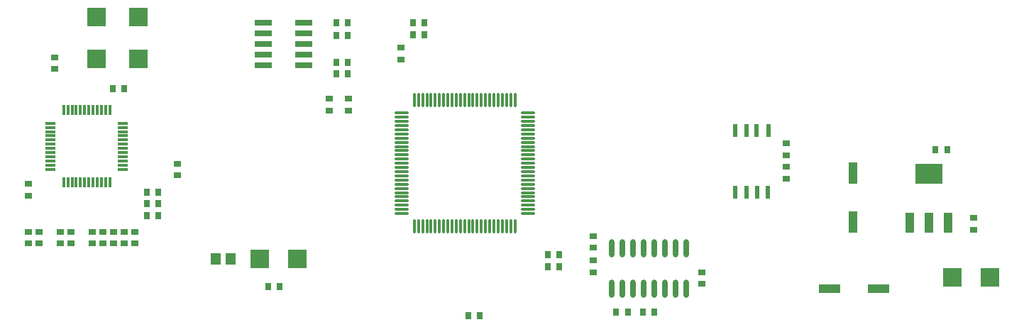
<source format=gtp>
%FSAX43Y43*%
%MOMM*%
G71*
G01*
G75*
G04 Layer_Color=8421504*
%ADD10R,0.800X0.900*%
%ADD11R,0.900X0.800*%
%ADD12O,0.600X2.200*%
%ADD13R,0.508X1.500*%
%ADD14R,2.300X2.300*%
%ADD15R,1.200X1.400*%
%ADD16R,2.200X2.200*%
%ADD17O,1.800X0.300*%
%ADD18O,0.300X1.800*%
%ADD19R,2.540X1.016*%
%ADD20R,1.016X2.540*%
%ADD21R,1.200X0.300*%
%ADD22R,0.300X1.200*%
%ADD23R,2.032X0.635*%
%ADD24R,1.000X2.400*%
%ADD25R,3.300X2.400*%
%ADD26C,0.635*%
%ADD27C,0.254*%
%ADD28C,0.381*%
%ADD29C,0.508*%
%ADD30R,9.779X2.159*%
%ADD31R,7.874X1.778*%
%ADD32R,2.540X4.953*%
%ADD33R,2.286X7.874*%
%ADD34R,3.810X25.781*%
%ADD35R,2.794X2.794*%
%ADD36R,3.429X3.048*%
%ADD37R,3.937X3.937*%
%ADD38R,1.651X1.524*%
%ADD39R,2.032X2.009*%
%ADD40R,1.905X1.778*%
%ADD41R,1.778X1.524*%
%ADD42R,1.270X1.270*%
%ADD43R,3.429X4.953*%
%ADD44R,4.826X2.540*%
%ADD45R,1.397X1.524*%
%ADD46C,1.500*%
%ADD47R,1.500X1.500*%
%ADD48C,4.000*%
%ADD49C,0.762*%
%ADD50C,3.000*%
%ADD51C,0.508*%
%ADD52C,1.016*%
%ADD53C,1.524*%
%ADD54R,1.500X1.500*%
%ADD55C,3.810*%
%ADD56C,1.600*%
%ADD57C,4.760*%
%ADD58R,1.690X1.690*%
%ADD59C,1.690*%
%ADD60C,3.556*%
%ADD61R,1.524X1.524*%
%ADD62C,2.032*%
%ADD63C,1.270*%
%ADD64C,1.778*%
%ADD65C,2.000*%
%ADD66R,2.000X2.000*%
%ADD67R,1.000X1.300*%
%ADD68R,1.000X1.800*%
%ADD69R,2.794X2.540*%
%ADD70R,9.525X2.159*%
%ADD71R,3.937X3.683*%
%ADD72R,1.905X1.651*%
%ADD73R,1.397X1.397*%
%ADD74R,1.397X1.651*%
%ADD75R,2.921X2.794*%
%ADD76R,2.667X2.540*%
%ADD77C,0.250*%
%ADD78C,0.100*%
%ADD79C,0.600*%
%ADD80C,0.127*%
%ADD81C,0.200*%
%ADD82C,0.150*%
D10*
X0090740Y0100457D02*
D03*
X0092140D02*
D03*
X0065470Y0098679D02*
D03*
X0064070D02*
D03*
X0068134Y0083566D02*
D03*
X0069534D02*
D03*
X0069534Y0084963D02*
D03*
X0068134D02*
D03*
X0069534Y0086360D02*
D03*
X0068134D02*
D03*
X0128716Y0072009D02*
D03*
X0127316D02*
D03*
X0125541D02*
D03*
X0124141D02*
D03*
X0082612Y0075057D02*
D03*
X0084012D02*
D03*
X0090740Y0106553D02*
D03*
X0092140D02*
D03*
X0090740Y0105029D02*
D03*
X0092140D02*
D03*
X0090740Y0101854D02*
D03*
X0092140D02*
D03*
X0107888Y0071628D02*
D03*
X0106488D02*
D03*
X0099884Y0106553D02*
D03*
X0101284D02*
D03*
X0115951Y0077470D02*
D03*
X0117351D02*
D03*
X0099884Y0105156D02*
D03*
X0101284D02*
D03*
X0117351Y0078867D02*
D03*
X0115951D02*
D03*
X0162241Y0091440D02*
D03*
X0163641D02*
D03*
D11*
X0057150Y0101027D02*
D03*
Y0102427D02*
D03*
X0071755Y0088327D02*
D03*
Y0089727D02*
D03*
X0066675Y0081599D02*
D03*
Y0080199D02*
D03*
X0053975Y0087314D02*
D03*
Y0085914D02*
D03*
X0065405Y0080199D02*
D03*
Y0081599D02*
D03*
X0064135Y0080199D02*
D03*
Y0081599D02*
D03*
X0062865Y0080199D02*
D03*
Y0081599D02*
D03*
X0061595Y0080199D02*
D03*
Y0081599D02*
D03*
X0057785Y0080199D02*
D03*
Y0081599D02*
D03*
X0059055Y0080199D02*
D03*
Y0081599D02*
D03*
X0053975Y0081599D02*
D03*
Y0080199D02*
D03*
X0055245Y0081599D02*
D03*
Y0080199D02*
D03*
X0121412Y0079691D02*
D03*
Y0081091D02*
D03*
X0134366Y0075373D02*
D03*
Y0076773D02*
D03*
X0121412Y0076770D02*
D03*
Y0078170D02*
D03*
X0144399Y0089346D02*
D03*
Y0087946D02*
D03*
Y0092140D02*
D03*
Y0090740D02*
D03*
X0092202Y0096074D02*
D03*
Y0097474D02*
D03*
X0098425Y0102170D02*
D03*
Y0103570D02*
D03*
X0089916Y0097474D02*
D03*
Y0096074D02*
D03*
X0166751Y0083250D02*
D03*
Y0081850D02*
D03*
D12*
X0132461Y0079616D02*
D03*
X0131191D02*
D03*
X0129921D02*
D03*
X0128651D02*
D03*
X0127381D02*
D03*
X0126111D02*
D03*
X0124841D02*
D03*
X0123571D02*
D03*
X0132461Y0074816D02*
D03*
X0131191D02*
D03*
X0129921D02*
D03*
X0128651D02*
D03*
X0127381D02*
D03*
X0126111D02*
D03*
X0124841D02*
D03*
X0123571D02*
D03*
D13*
X0138360Y0086343D02*
D03*
X0139660D02*
D03*
X0140960D02*
D03*
X0142260D02*
D03*
X0142310Y0093693D02*
D03*
X0140910D02*
D03*
X0139660D02*
D03*
X0138360D02*
D03*
D14*
X0086070Y0078359D02*
D03*
X0081570D02*
D03*
X0164247Y0076200D02*
D03*
X0168747D02*
D03*
D15*
X0078116Y0078359D02*
D03*
X0076316D02*
D03*
D16*
X0062143Y0107275D02*
D03*
Y0102275D02*
D03*
X0067143Y0107275D02*
D03*
Y0102275D02*
D03*
D17*
X0098495Y0095789D02*
D03*
Y0095289D02*
D03*
Y0094789D02*
D03*
Y0094289D02*
D03*
Y0093789D02*
D03*
Y0093289D02*
D03*
Y0092789D02*
D03*
Y0092289D02*
D03*
Y0091789D02*
D03*
Y0091289D02*
D03*
Y0090789D02*
D03*
Y0090289D02*
D03*
Y0089789D02*
D03*
Y0089289D02*
D03*
Y0088789D02*
D03*
Y0088289D02*
D03*
Y0087789D02*
D03*
Y0087289D02*
D03*
Y0086789D02*
D03*
Y0086289D02*
D03*
Y0085789D02*
D03*
Y0085289D02*
D03*
Y0084789D02*
D03*
Y0084289D02*
D03*
Y0083789D02*
D03*
X0113595D02*
D03*
Y0084289D02*
D03*
Y0084789D02*
D03*
Y0085289D02*
D03*
Y0085789D02*
D03*
Y0086289D02*
D03*
Y0086789D02*
D03*
Y0087289D02*
D03*
Y0087789D02*
D03*
Y0088289D02*
D03*
Y0088789D02*
D03*
Y0089289D02*
D03*
Y0089789D02*
D03*
Y0090289D02*
D03*
Y0090789D02*
D03*
Y0091289D02*
D03*
Y0091789D02*
D03*
Y0092289D02*
D03*
Y0092789D02*
D03*
Y0093289D02*
D03*
Y0093789D02*
D03*
Y0094289D02*
D03*
Y0094789D02*
D03*
Y0095289D02*
D03*
Y0095789D02*
D03*
D18*
X0100045Y0082239D02*
D03*
X0100545D02*
D03*
X0101045D02*
D03*
X0101545D02*
D03*
X0102045D02*
D03*
X0102545D02*
D03*
X0103045D02*
D03*
X0103545D02*
D03*
X0104045D02*
D03*
X0104545D02*
D03*
X0105045D02*
D03*
X0105545D02*
D03*
X0106045D02*
D03*
X0106545D02*
D03*
X0107045D02*
D03*
X0107545D02*
D03*
X0108045D02*
D03*
X0108545D02*
D03*
X0109045D02*
D03*
X0109545D02*
D03*
X0110045D02*
D03*
X0110545D02*
D03*
X0111045D02*
D03*
X0111545D02*
D03*
X0112045D02*
D03*
Y0097339D02*
D03*
X0111545D02*
D03*
X0111045D02*
D03*
X0110545D02*
D03*
X0110045D02*
D03*
X0109545D02*
D03*
X0109045D02*
D03*
X0108545D02*
D03*
X0108045D02*
D03*
X0107545D02*
D03*
X0107045D02*
D03*
X0106545D02*
D03*
X0106045D02*
D03*
X0105545D02*
D03*
X0105045D02*
D03*
X0104545D02*
D03*
X0104045D02*
D03*
X0103545D02*
D03*
X0103045D02*
D03*
X0102545D02*
D03*
X0102045D02*
D03*
X0101545D02*
D03*
X0101045D02*
D03*
X0100545D02*
D03*
X0100045D02*
D03*
D19*
X0155448Y0074803D02*
D03*
X0149606D02*
D03*
D20*
X0152400Y0088646D02*
D03*
Y0082804D02*
D03*
D21*
X0056660Y0094571D02*
D03*
Y0094071D02*
D03*
Y0093571D02*
D03*
Y0093071D02*
D03*
Y0092571D02*
D03*
Y0092071D02*
D03*
Y0091571D02*
D03*
Y0091071D02*
D03*
Y0090571D02*
D03*
Y0090071D02*
D03*
Y0089571D02*
D03*
Y0089071D02*
D03*
X0065260D02*
D03*
Y0089571D02*
D03*
Y0090071D02*
D03*
Y0090571D02*
D03*
Y0091071D02*
D03*
Y0091571D02*
D03*
Y0092071D02*
D03*
Y0092571D02*
D03*
Y0093071D02*
D03*
Y0093571D02*
D03*
Y0094071D02*
D03*
Y0094571D02*
D03*
D22*
X0058210Y0087521D02*
D03*
X0058710D02*
D03*
X0059210D02*
D03*
X0059710D02*
D03*
X0060210D02*
D03*
X0060710D02*
D03*
X0061210D02*
D03*
X0061710D02*
D03*
X0062210Y0087521D02*
D03*
X0062710D02*
D03*
X0063210D02*
D03*
X0063710D02*
D03*
X0063710Y0096121D02*
D03*
X0063210D02*
D03*
X0062710D02*
D03*
X0062210D02*
D03*
X0061710D02*
D03*
X0061210D02*
D03*
X0060710D02*
D03*
X0060210D02*
D03*
X0059710Y0096121D02*
D03*
X0059210D02*
D03*
X0058710D02*
D03*
X0058210D02*
D03*
D23*
X0086868Y0106553D02*
D03*
Y0105283D02*
D03*
Y0104013D02*
D03*
Y0102743D02*
D03*
Y0101473D02*
D03*
X0082042D02*
D03*
Y0102743D02*
D03*
Y0104013D02*
D03*
Y0105283D02*
D03*
Y0106553D02*
D03*
D24*
X0159117Y0082698D02*
D03*
X0161417D02*
D03*
X0163717D02*
D03*
D25*
X0161417Y0088498D02*
D03*
M02*

</source>
